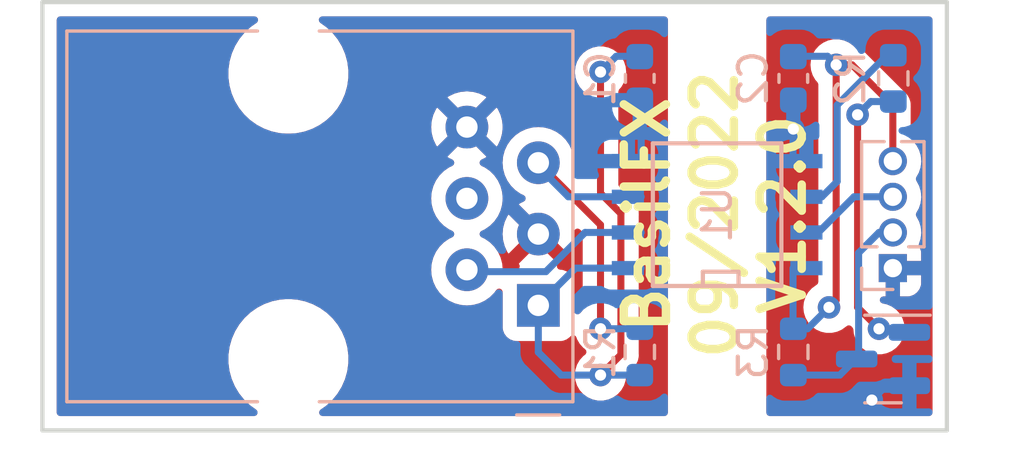
<source format=kicad_pcb>
(kicad_pcb (version 20211014) (generator pcbnew)
  (layers (0 "F.Cu" signal) (31 "B.Cu" signal) (34 "B.Paste" user) (35 "F.Paste" user) (36 "B.SilkS" user "B.Silkscreen") (37 "F.SilkS" user "F.Silkscreen") (38 "B.Mask" user) (39 "F.Mask" user) (44 "Edge.Cuts" user))
  (net 0 "")
  (net 1 "VDDA")
  (net 2 "/RTSA")
  (net 3 "/TXA")
  (net 4 "GNDA")
  (net 5 "GND")
  (net 6 "/RTS")
  (net 7 "VDD")
  (net 9 "/TX")
  (net 10 "/TXn")
  (net 11 "Net-(Q1-Pad1)")
  (footprint "Connector_RJ:RJ12_Amphenol_54601" (layer "B.Cu") (at 115.39 102.8 90)
    (fp_text reference "J1" hide)
    (fp_text value "RJ12")
    (fp_line (start 9.77 -16.65) (end 9.77 -16.77) (layer "B.SilkS") (width 0.1))
    (fp_line (start 9.77 1.23) (end 9.77 -7.79) (layer "B.SilkS") (width 0.12))
    (fp_line (start 9.77 -16.76) (end 9.77 -16.77) (layer "B.SilkS") (width 0.1))
    (fp_line (start 9.77 -16.77) (end 9.77 -9.99) (layer "B.SilkS") (width 0.12))
    (fp_line (start -3.43 -7.79) (end -3.43 1.23) (layer "B.SilkS") (width 0.12))
    (fp_line (start -3.9 -0.77) (end -3.9 0.76) (layer "B.SilkS") (width 0.12))
    (fp_line (start -3.43 1.23) (end 9.77 1.23) (layer "B.SilkS") (width 0.12))
    (fp_line (start 9.77 -16.77) (end -3.43 -16.77) (layer "B.SilkS") (width 0.12))
    (fp_line (start -3.43 -16.77) (end -3.43 -9.99) (layer "B.SilkS") (width 0.12))
    (fp_line (start -3.43 -7.72) (end -3.43 -7.79) (layer "B.SilkS") (width 0.1))
    (pad "" np_thru_hole circle (at 8.25 -8.89 90) (size 3.25 3.25) (drill 3.25) (layers *.Cu *.Mask))
    (pad "" np_thru_hole circle (at -1.91 -8.89 90) (size 3.25 3.25) (drill 3.25) (layers *.Cu *.Mask))
    (pad "1" thru_hole rect (at 0 0 90) (size 1.52 1.52) (drill 0.76) (layers *.Cu *.Mask) (net 1 "VDDA"))
    (pad "2" thru_hole circle (at 1.27 -2.54 90) (size 1.52 1.52) (drill 0.76) (layers *.Cu *.Mask) (net 2 "/RTSA"))
    (pad "3" thru_hole circle (at 2.54 0 90) (size 1.52 1.52) (drill 0.76) (layers *.Cu *.Mask) (net 4 "GNDA"))
    (pad "4" thru_hole circle (at 3.81 -2.54 90) (size 1.52 1.52) (drill 0.76) (layers *.Cu *.Mask))
    (pad "5" thru_hole circle (at 5.08 0 90) (size 1.52 1.52) (drill 0.76) (layers *.Cu *.Mask) (net 3 "/TXA"))
    (pad "6" thru_hole circle (at 6.35 -2.54 90) (size 1.52 1.52) (drill 0.76) (layers *.Cu *.Mask) (net 4 "GNDA"))
  )
  (footprint "Capacitor_SMD:C_0603_1608Metric" (layer "B.Cu") (at 118.999 94.7165 -90)
    (fp_text reference "C1" (at 0.0255 1.397 -90) (layer "B.SilkS") (effects (justify mirror)))
    (fp_text value "100nF")
    (fp_line (start -0.14058 0.51) (end 0.14058 0.51) (layer "B.SilkS") (width 0.12))
    (fp_line (start -0.14058 -0.51) (end 0.14058 -0.51) (layer "B.SilkS") (width 0.12))
    (pad "1" smd roundrect (at -0.775 0 270) (size 0.9 0.95) (layers "B.Cu" "B.Paste" "B.Mask") (net 1 "VDDA"))
    (pad "2" smd roundrect (at 0.775 0 270) (size 0.9 0.95) (layers "B.Cu" "B.Paste" "B.Mask") (net 4 "GNDA"))
  )
  (footprint "Capacitor_SMD:C_0603_1608Metric" (layer "B.Cu") (at 124.46 94.7165 -90)
    (fp_text reference "C2" (at 0 1.43 -90) (layer "B.SilkS") (effects (justify mirror)))
    (fp_text value "100nF")
    (fp_line (start -0.14058 0.51) (end 0.14058 0.51) (layer "B.SilkS") (width 0.12))
    (fp_line (start -0.14058 -0.51) (end 0.14058 -0.51) (layer "B.SilkS") (width 0.12))
    (pad "1" smd roundrect (at -0.775 0 270) (size 0.9 0.95) (layers "B.Cu" "B.Paste" "B.Mask") (net 7 "VDD"))
    (pad "2" smd roundrect (at 0.775 0 270) (size 0.9 0.95) (layers "B.Cu" "B.Paste" "B.Mask") (net 5 "GND"))
  )
  (footprint "Resistor_SMD:R_0603_1608Metric" (layer "B.Cu") (at 124.46 104.457 -90)
    (fp_text reference "R3" (at 0 1.43 90) (layer "B.SilkS") (effects (justify mirror)))
    (fp_text value "10K")
    (fp_line (start -0.237258 0.5225) (end 0.237258 0.5225) (layer "B.SilkS") (width 0.12))
    (fp_line (start -0.237258 -0.5225) (end 0.237258 -0.5225) (layer "B.SilkS") (width 0.12))
    (pad "1" smd roundrect (at -0.825 0 270) (size 0.8 0.95) (layers "B.Cu" "B.Paste" "B.Mask") (net 7 "VDD"))
    (pad "2" smd roundrect (at 0.825 0 270) (size 0.8 0.95) (layers "B.Cu" "B.Paste" "B.Mask") (net 10 "/TXn"))
  )
  (footprint "Resistor_SMD:R_0603_1608Metric" (layer "B.Cu") (at 128.016 94.7165 90)
    (fp_text reference "R2" (at 0 -1.524 90) (layer "B.SilkS") (effects (justify mirror)))
    (fp_text value "10K")
    (fp_line (start -0.237258 0.5225) (end 0.237258 0.5225) (layer "B.SilkS") (width 0.12))
    (fp_line (start -0.237258 -0.5225) (end 0.237258 -0.5225) (layer "B.SilkS") (width 0.12))
    (pad "1" smd roundrect (at -0.825 0 90) (size 0.8 0.95) (layers "B.Cu" "B.Paste" "B.Mask") (net 11 "Net-(Q1-Pad1)"))
    (pad "2" smd roundrect (at 0.825 0 90) (size 0.8 0.95) (layers "B.Cu" "B.Paste" "B.Mask") (net 9 "/TX"))
  )
  (footprint "Connector_PinHeader_1.27mm:PinHeader_1x04_P1.27mm_Vertical" (layer "B.Cu") (at 128 101.473)
    (fp_text reference "J2" hide)
    (fp_text value "Conn_01x04")
    (fp_line (start -1.11 -0.76) (end -1.11 -4.505) (layer "B.SilkS") (width 0.12))
    (fp_line (start 1.11 -0.76) (end 1.11 -4.505) (layer "B.SilkS") (width 0.12))
    (fp_line (start -1.11 -4.505) (end -0.30753 -4.505) (layer "B.SilkS") (width 0.12))
    (fp_line (start -1.11 0) (end -1.11 0.76) (layer "B.SilkS") (width 0.12))
    (fp_line (start -1.11 0.76) (end 0 0.76) (layer "B.SilkS") (width 0.12))
    (fp_line (start 0.30753 -4.505) (end 1.11 -4.505) (layer "B.SilkS") (width 0.12))
    (fp_line (start 0.563471 -0.76) (end 1.11 -0.76) (layer "B.SilkS") (width 0.12))
    (fp_line (start -1.11 -0.76) (end -0.563471 -0.76) (layer "B.SilkS") (width 0.12))
    (pad "1" thru_hole rect (at 0 0) (size 1 1) (drill 0.65) (layers *.Cu *.Mask) (net 5 "GND"))
    (pad "2" thru_hole oval (at 0 -1.27) (size 1 1) (drill 0.65) (layers *.Cu *.Mask) (net 10 "/TXn"))
    (pad "3" thru_hole oval (at 0 -2.54) (size 1 1) (drill 0.65) (layers *.Cu *.Mask) (net 6 "/RTS"))
    (pad "4" thru_hole oval (at 0 -3.81) (size 1 1) (drill 0.65) (layers *.Cu *.Mask) (net 7 "VDD"))
  )
  (footprint "SMD_Packages:SOIC-8-N" (layer "B.Cu") (at 121.75 99.568 90)
    (fp_text reference "U1" (at 0 0 90) (layer "B.SilkS") (effects (justify mirror)))
    (fp_text value "FOD8012")
    (fp_line (start 2.54 2.286) (end 2.54 -2.286) (layer "B.SilkS") (width 0.15))
    (fp_line (start -2.54 2.286) (end 2.54 2.286) (layer "B.SilkS") (width 0.15))
    (fp_line (start 2.54 -2.286) (end -2.54 -2.286) (layer "B.SilkS") (width 0.15))
    (fp_line (start -2.54 -2.286) (end -2.54 2.286) (layer "B.SilkS") (width 0.15))
    (fp_line (start -2.032 0.762) (end -2.032 -0.508) (layer "B.SilkS") (width 0.15))
    (fp_line (start -2.032 -0.508) (end -2.54 -0.508) (layer "B.SilkS") (width 0.15))
    (fp_line (start -2.54 0.762) (end -2.032 0.762) (layer "B.SilkS") (width 0.15))
    (pad "1" smd rect locked (at -1.905 -3.175 90) (size 0.508 1.143) (layers "B.Cu" "B.Paste" "B.Mask") (net 1 "VDDA"))
    (pad "2" smd rect locked (at -0.635 -3.175 90) (size 0.508 1.143) (layers "B.Cu" "B.Paste" "B.Mask") (net 2 "/RTSA"))
    (pad "3" smd rect locked (at 0.635 -3.175 90) (size 0.508 1.143) (layers "B.Cu" "B.Paste" "B.Mask") (net 3 "/TXA"))
    (pad "4" smd rect locked (at 1.905 -3.175 90) (size 0.508 1.143) (layers "B.Cu" "B.Paste" "B.Mask") (net 4 "GNDA"))
    (pad "5" smd rect locked (at 1.905 3.175 90) (size 0.508 1.143) (layers "B.Cu" "B.Paste" "B.Mask") (net 5 "GND"))
    (pad "6" smd rect locked (at 0.635 3.175 90) (size 0.508 1.143) (layers "B.Cu" "B.Paste" "B.Mask") (net 9 "/TX"))
    (pad "7" smd rect locked (at -0.635 3.175 90) (size 0.508 1.143) (layers "B.Cu" "B.Paste" "B.Mask") (net 6 "/RTS"))
    (pad "8" smd rect locked (at -1.905 3.175 90) (size 0.508 1.143) (layers "B.Cu" "B.Paste" "B.Mask") (net 7 "VDD"))
  )
  (footprint "Resistor_SMD:R_0603_1608Metric" (layer "B.Cu") (at 118.999 104.457 90)
    (fp_text reference "R1" (at 0 -1.397 270) (layer "B.SilkS") (effects (justify mirror)))
    (fp_text value "10K")
    (fp_line (start -0.237258 0.5225) (end 0.237258 0.5225) (layer "B.SilkS") (width 0.12))
    (fp_line (start -0.237258 -0.5225) (end 0.237258 -0.5225) (layer "B.SilkS") (width 0.12))
    (pad "1" smd roundrect (at -0.825 0 90) (size 0.8 0.95) (layers "B.Cu" "B.Paste" "B.Mask") (net 1 "VDDA"))
    (pad "2" smd roundrect (at 0.825 0 90) (size 0.8 0.95) (layers "B.Cu" "B.Paste" "B.Mask") (net 3 "/TXA"))
  )
  (footprint "Package_TO_SOT_SMD:SOT-23" (layer "B.Cu") (at 127.651 104.709 180)
    (fp_text reference "Q1" hide)
    (fp_text value "BC847")
    (fp_line (start 0 1.56) (end 0.65 1.56) (layer "B.SilkS") (width 0.12))
    (fp_line (start 0 -1.56) (end 0.65 -1.56) (layer "B.SilkS") (width 0.12))
    (fp_line (start 0 1.56) (end -1.675 1.56) (layer "B.SilkS") (width 0.12))
    (fp_line (start 0 -1.56) (end -0.65 -1.56) (layer "B.SilkS") (width 0.12))
    (pad "1" smd roundrect (at -0.9375 0.95 180) (size 1.475 0.6) (layers "B.Cu" "B.Paste" "B.Mask") (net 11 "Net-(Q1-Pad1)"))
    (pad "2" smd roundrect (at -0.9375 -0.95 180) (size 1.475 0.6) (layers "B.Cu" "B.Paste" "B.Mask") (net 5 "GND"))
    (pad "3" smd roundrect (at 0.9375 0 180) (size 1.475 0.6) (layers "B.Cu" "B.Paste" "B.Mask") (net 10 "/TXn"))
  )
  (gr_line (start 129.921 107.25) (end 129.921 92) (layer "Edge.Cuts") (width 0.15))
  (gr_line (start 97.75 107.25) (end 129.921 107.25) (layer "Edge.Cuts") (width 0.15))
  (gr_line (start 97.75 92) (end 97.75 107.25) (layer "Edge.Cuts") (width 0.15))
  (gr_line (start 129.921 92) (end 97.75 92) (layer "Edge.Cuts") (width 0.15))
  (gr_text "BasilFX\n09/2022\nV1.2.0" (at 121.666 99.568 90) (layer "F.SilkS") (effects (font (size 1.5 1.5) (thickness 0.3))))
  (segment (start 117.602 98.806) (end 118.327001 99.531001) (width 0.25) (layer "F.Cu") (net 1))
  (segment (start 118.327001 104.556999) (end 118.327001 99.531001) (width 0.25) (layer "F.Cu") (net 1))
  (segment (start 117.602 94.488) (end 117.602 98.806) (width 0.25) (layer "F.Cu") (net 1))
  (segment (start 117.602 105.282) (end 118.327001 104.556999) (width 0.25) (layer "F.Cu") (net 1))
  (via (at 117.602 94.488) (size 0.8) (drill 0.4) (layers "F.Cu" "B.Cu") (net 1))
  (via (at 117.602 105.282) (size 0.8) (drill 0.4) (layers "F.Cu" "B.Cu") (net 1))
  (segment (start 116.713 101.473) (end 119.05 101.473) (width 0.25) (layer "B.Cu") (net 1))
  (segment (start 118.999 105.282) (end 117.73 105.282) (width 0.25) (layer "B.Cu") (net 1))
  (segment (start 115.39 102.796) (end 116.713 101.473) (width 0.25) (layer "B.Cu") (net 1))
  (segment (start 118.999 93.929) (end 118.161 93.929) (width 0.25) (layer "B.Cu") (net 1))
  (segment (start 117.73 105.282) (end 116.204 105.282) (width 0.25) (layer "B.Cu") (net 1))
  (segment (start 115.39 102.8) (end 115.39 104.468) (width 0.25) (layer "B.Cu") (net 1))
  (segment (start 118.161 93.929) (end 117.602 94.488) (width 0.25) (layer "B.Cu") (net 1))
  (segment (start 115.39 104.468) (end 116.204 105.282) (width 0.25) (layer "B.Cu") (net 1))
  (segment (start 119.05 100.203) (end 117.052802 100.203) (width 0.25) (layer "B.Cu") (net 2))
  (segment (start 115.655802 101.6) (end 112.776 101.6) (width 0.25) (layer "B.Cu") (net 2))
  (segment (start 117.052802 100.203) (end 115.655802 101.6) (width 0.25) (layer "B.Cu") (net 2))
  (segment (start 117.602 99.932) (end 117.602 103.632) (width 0.25) (layer "F.Cu") (net 3))
  (segment (start 115.39 97.72) (end 117.602 99.932) (width 0.25) (layer "F.Cu") (net 3))
  (via (at 117.602 103.632) (size 0.8) (drill 0.4) (layers "F.Cu" "B.Cu") (net 3))
  (segment (start 118.999 103.632) (end 117.602 103.632) (width 0.25) (layer "B.Cu") (net 3))
  (segment (start 119.05 98.933) (end 116.459 98.933) (width 0.25) (layer "B.Cu") (net 3))
  (segment (start 116.459 98.933) (end 115.316 97.79) (width 0.25) (layer "B.Cu") (net 3))
  (segment (start 119.05 97.663) (end 119.05 95.682) (width 0.25) (layer "B.Cu") (net 4))
  (via (at 124.46 96.52) (size 0.8) (drill 0.4) (layers "F.Cu" "B.Cu") (net 5))
  (via (at 127.254 106.172) (size 0.8) (drill 0.4) (layers "F.Cu" "B.Cu") (net 5))
  (segment (start 124.45 96.53) (end 124.45 95.514) (width 0.25) (layer "B.Cu") (net 5))
  (segment (start 124.45 97.663) (end 124.45 96.53) (width 0.25) (layer "B.Cu") (net 5))
  (segment (start 128.651 105.659) (end 127.767 105.659) (width 0.25) (layer "B.Cu") (net 5))
  (segment (start 124.45 96.53) (end 124.46 96.52) (width 0.25) (layer "B.Cu") (net 5))
  (segment (start 127.767 105.659) (end 127.254 106.172) (width 0.25) (layer "B.Cu") (net 5))
  (segment (start 125.349 100.203) (end 126.619 98.933) (width 0.25) (layer "B.Cu") (net 6))
  (segment (start 126.619 98.933) (end 128 98.933) (width 0.25) (layer "B.Cu") (net 6))
  (segment (start 125.984 102.616) (end 125.73 102.87) (width 0.25) (layer "F.Cu") (net 7))
  (segment (start 128 95.684315) (end 126.549685 94.234) (width 0.25) (layer "F.Cu") (net 7))
  (segment (start 125.984 94.234) (end 125.984 102.616) (width 0.25) (layer "F.Cu") (net 7))
  (segment (start 126.549685 94.234) (end 125.984 94.234) (width 0.25) (layer "F.Cu") (net 7))
  (segment (start 128 97.663) (end 128 95.684315) (width 0.25) (layer "F.Cu") (net 7))
  (via (at 125.73 102.87) (size 0.8) (drill 0.4) (layers "F.Cu" "B.Cu") (net 7))
  (via (at 125.984 94.234) (size 0.8) (drill 0.4) (layers "F.Cu" "B.Cu") (net 7))
  (segment (start 124.46 103.632) (end 124.91 103.632) (width 0.25) (layer "B.Cu") (net 7))
  (segment (start 124.45 101.473) (end 124.45 103.622) (width 0.25) (layer "B.Cu") (net 7))
  (segment (start 125.73 102.87) (end 124.968 103.632) (width 0.25) (layer "B.Cu") (net 7))
  (segment (start 125.679 93.929) (end 125.984 94.234) (width 0.25) (layer "B.Cu") (net 7))
  (segment (start 124.46 93.929) (end 125.679 93.929) (width 0.25) (layer "B.Cu") (net 7))
  (segment (start 124.968 103.632) (end 124.587 103.632) (width 0.25) (layer "B.Cu") (net 7))
  (segment (start 125.475 98.933) (end 126.020999 98.387001) (width 0.25) (layer "B.Cu") (net 9))
  (segment (start 126.020999 98.387001) (end 126.020999 95.663999) (width 0.25) (layer "B.Cu") (net 9))
  (segment (start 126.020999 95.663999) (end 127.704998 93.98) (width 0.25) (layer "B.Cu") (net 9))
  (segment (start 124.45 98.933) (end 125.475 98.933) (width 0.25) (layer "B.Cu") (net 9))
  (segment (start 126.112 105.282) (end 126.746 104.648) (width 0.25) (layer "B.Cu") (net 10))
  (segment (start 128 100.203) (end 127.508 100.203) (width 0.25) (layer "B.Cu") (net 10))
  (segment (start 126.782999 100.928001) (end 126.782999 104.611001) (width 0.25) (layer "B.Cu") (net 10))
  (segment (start 127.508 100.203) (end 126.782999 100.928001) (width 0.25) (layer "B.Cu") (net 10))
  (segment (start 124.46 105.282) (end 126.112 105.282) (width 0.25) (layer "B.Cu") (net 10))
  (segment (start 126.746 102.87) (end 127.508 103.632) (width 0.25) (layer "F.Cu") (net 11))
  (segment (start 126.746 96.012) (end 126.746 102.87) (width 0.25) (layer "F.Cu") (net 11))
  (via (at 126.746 96.012) (size 0.8) (drill 0.4) (layers "F.Cu" "B.Cu") (net 11))
  (via (at 127.508 103.632) (size 0.8) (drill 0.4) (layers "F.Cu" "B.Cu") (net 11))
  (segment (start 128.016 95.5415) (end 127.2165 95.5415) (width 0.25) (layer "B.Cu") (net 11))
  (segment (start 127.2165 95.5415) (end 126.746 96.012) (width 0.25) (layer "B.Cu") (net 11))
  (segment (start 127.508 103.632) (end 128.524 103.632) (width 0.25) (layer "B.Cu") (net 11))
  (zone (net 5) (net_name "GND") (layer "F.Cu") (connect_pads (clearance 0.508)) (min_thickness 0.254) (fill yes (thermal_gap 0.508) (thermal_bridge_width 0.508))
    (polygon (pts (xy 129.667 92.25) (xy 129.667 107) (xy 123.5 107) (xy 123.5 92.25)))
  )
  (zone (net 4) (net_name "GNDA") (layer "F.Cu") (connect_pads (clearance 0.508)) (min_thickness 0.254) (fill yes (thermal_gap 0.508) (thermal_bridge_width 0.508))
    (polygon (pts (xy 98 92.25) (xy 120 92.25) (xy 120 107) (xy 98 107)))
  )
  (zone (net 5) (net_name "GND") (layer "B.Cu") (connect_pads (clearance 0.508)) (min_thickness 0.254) (fill yes (thermal_gap 0.508) (thermal_bridge_width 0.508))
    (polygon (pts (xy 123.5 92.25) (xy 129.667 92.25) (xy 129.667 107) (xy 123.5 107)))
  )
  (zone (net 4) (net_name "GNDA") (layer "B.Cu") (connect_pads (clearance 0.508)) (min_thickness 0.254) (fill yes (thermal_gap 0.508) (thermal_bridge_width 0.508))
    (polygon (pts (xy 98 92.25) (xy 120 92.25) (xy 120 107) (xy 98 107)))
  )
)
</source>
